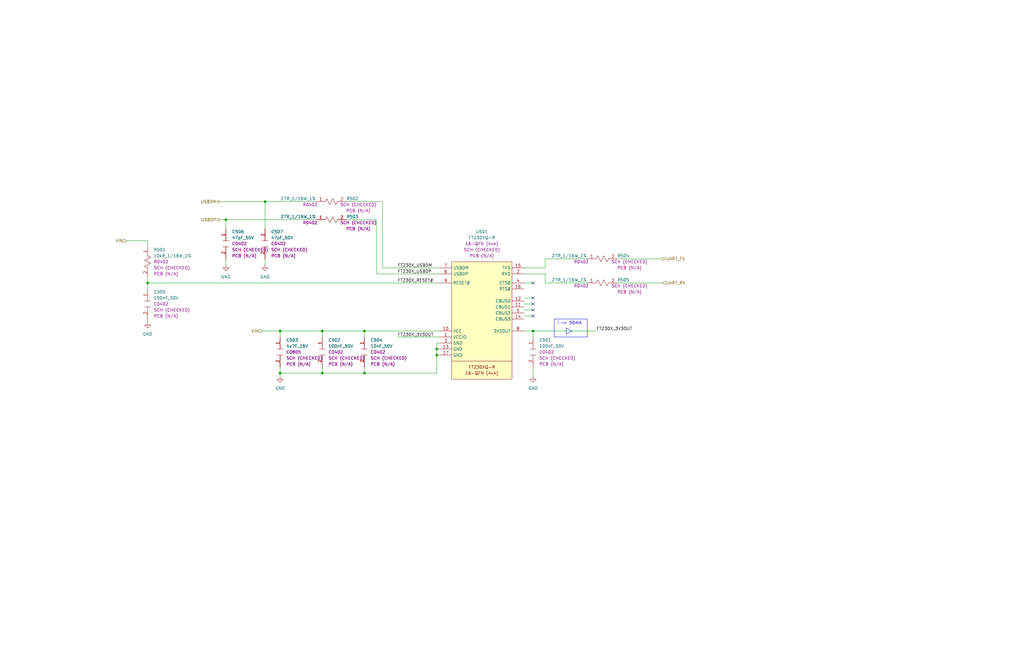
<source format=kicad_sch>
(kicad_sch (version 20230121) (generator eeschema)
  (paper "B")
  (title_block (title "_HW_EPen") (date "2023-11-28") (rev "v1.0") (company "mend0z0") (comment 1 "v1.0") (comment 2 "CHECKED") (comment 4 "_BOM_EPen.html") (comment 5 "_HW_EPen.pcb") (comment 6 "_GBR_EPen.zip") (comment 7 "_BOM_EPen.html") (comment 8 "N/A") (comment 9 "First Release"))
  (lib_symbols
    (symbol "_SCHLIB_EPen:CAP_100nF_50V_X7R_C0402"
      (property "Reference" "C" (at 2.54 3.81 0))
      (property "Value" "100nF_50V" (at 2.54 6.35 0))
      (property "Package" "C0402" (at 2.54 21.59 0))
      (property "SCH CHECK" "SCH (CHECKED)" (at 2.54 24.13 0))
      (property "PCB CHECK" "PCB (N/A)" (at 2.54 26.67 0))
      (symbol "CAP_100nF_50V_X7R_C0402_0_1"
        (polyline (pts (xy 5.08 1.27) (xy 5.08 -1.27)))
        (polyline (pts (xy 7.62 1.27) (xy 7.62 -1.27)))
      )
      (symbol "CAP_100nF_50V_X7R_C0402_1_1"
        (pin passive line (at 0 0 0) (length 5.08) (name "") (number "1"))
        (pin passive line (at 12.7 0 180) (length 5.08) (name "") (number "2"))
      )
    )
    (symbol "_SCHLIB_EPen:CAP_10nF_50V_X7R_C0402"
      (property "Reference" "C" (at 2.54 3.81 0))
      (property "Value" "10nF_50V" (at 2.54 6.35 0))
      (property "Package" "C0402" (at 2.54 21.59 0))
      (property "SCH CHECK" "SCH (CHECKED)" (at 2.54 24.13 0))
      (property "PCB CHECK" "PCB (N/A)" (at 2.54 26.67 0))
      (symbol "CAP_10nF_50V_X7R_C0402_0_1"
        (polyline (pts (xy 5.08 1.27) (xy 5.08 -1.27)))
        (polyline (pts (xy 7.62 1.27) (xy 7.62 -1.27)))
      )
      (symbol "CAP_10nF_50V_X7R_C0402_1_1"
        (pin passive line (at 0 0 0) (length 5.08) (name "") (number "1"))
        (pin passive line (at 12.7 0 180) (length 5.08) (name "") (number "2"))
      )
    )
    (symbol "_SCHLIB_EPen:CAP_4.7uF_16V_X7R_C0805"
      (property "Reference" "C" (at 2.54 3.81 0))
      (property "Value" "4u7F_16V" (at 2.54 6.35 0))
      (property "Package" "C0805" (at 2.54 21.59 0))
      (property "SCH CHECK" "SCH (CHECKED)" (at 2.54 24.13 0))
      (property "PCB CHECK" "PCB (N/A)" (at 2.54 26.67 0))
      (symbol "CAP_4.7uF_16V_X7R_C0805_0_1"
        (polyline (pts (xy 5.08 1.27) (xy 5.08 -1.27)))
        (polyline (pts (xy 7.62 1.27) (xy 7.62 -1.27)))
      )
      (symbol "CAP_4.7uF_16V_X7R_C0805_1_1"
        (pin passive line (at 0 0 0) (length 5.08) (name "") (number "1"))
        (pin passive line (at 12.7 0 180) (length 5.08) (name "") (number "2"))
      )
    )
    (symbol "_SCHLIB_EPen:CAP_47pF_50V_X7R_C0402"
      (property "Reference" "C" (at 2.54 3.81 0))
      (property "Value" "47pF_50V" (at 2.54 6.35 0))
      (property "Package" "C0402" (at 2.54 21.59 0))
      (property "SCH CHECK" "SCH (CHECKED)" (at 2.54 24.13 0))
      (property "PCB CHECK" "PCB (N/A)" (at 2.54 26.67 0))
      (symbol "CAP_47pF_50V_X7R_C0402_0_1"
        (polyline (pts (xy 5.08 1.27) (xy 5.08 -1.27)))
        (polyline (pts (xy 7.62 1.27) (xy 7.62 -1.27)))
      )
      (symbol "CAP_47pF_50V_X7R_C0402_1_1"
        (pin passive line (at 0 0 0) (length 5.08) (name "") (number "1"))
        (pin passive line (at 12.7 0 180) (length 5.08) (name "") (number "2"))
      )
    )
    (symbol "_SCHLIB_EPen:IC_FT230XQ-R_USB TO UART_3.3V~5V_16-QFN (4x4)"
      (property "Reference" "U" (at 2.54 3.81 0))
      (property "Value" "FT230XQ-R" (at 2.54 6.35 0))
      (property "Package" "16-QFN (4x4)" (at 2.54 21.59 0))
      (property "SCH CHECK" "SCH (CHECKED)" (at 2.54 24.13 0))
      (property "PCB CHECK" "PCB (N/A)" (at 2.54 26.67 0))
      (symbol "IC_FT230XQ-R_USB TO UART_3.3V~5V_16-QFN (4x4)_0_0"
        (text "16-QFN (4x4)" (at 12.7 -46.99 0) (effects (font (size 1.27 1.27))))
        (text "FT230XQ-R" (at 12.7 -44.45 0) (effects (font (size 1.27 1.27))))
      )
      (symbol "IC_FT230XQ-R_USB TO UART_3.3V~5V_16-QFN (4x4)_0_1"
        (polyline (pts (xy 0 -41.91) (xy 25.4 -41.91)))
      )
      (symbol "IC_FT230XQ-R_USB TO UART_3.3V~5V_16-QFN (4x4)_1_1"
        (rectangle (start 0 0) (end 25.4 -49.53) (fill (type background)))
        (pin passive line (at -5.08 -31.75 0) (length 5.08) (name "VCCIO") (number "1"))
        (pin passive line (at -5.08 -29.21 0) (length 5.08) (name "VCC") (number "10"))
        (pin passive line (at 30.48 -19.05 180) (length 5.08) (name "CBUS1") (number "11"))
        (pin passive line (at 30.48 -16.51 180) (length 5.08) (name "CBUS0") (number "12"))
        (pin passive line (at -5.08 -36.83 0) (length 5.08) (name "GND") (number "13"))
        (pin passive line (at 30.48 -24.13 180) (length 5.08) (name "CBUS3") (number "14"))
        (pin passive line (at 30.48 -2.54 180) (length 5.08) (name "TXD") (number "15"))
        (pin passive line (at 30.48 -11.43 180) (length 5.08) (name "RTS#") (number "16"))
        (pin passive line (at -5.08 -39.37 0) (length 5.08) (name "GND") (number "17"))
        (pin passive line (at 30.48 -5.08 180) (length 5.08) (name "RXD") (number "2"))
        (pin passive line (at -5.08 -34.29 0) (length 5.08) (name "GND") (number "3"))
        (pin passive line (at 30.48 -8.89 180) (length 5.08) (name "CTS#") (number "4"))
        (pin passive line (at 30.48 -21.59 180) (length 5.08) (name "CBUS2") (number "5"))
        (pin passive line (at -5.08 -5.08 0) (length 5.08) (name "USBDP") (number "6"))
        (pin passive line (at -5.08 -2.54 0) (length 5.08) (name "USBDM") (number "7"))
        (pin passive line (at 30.48 -29.21 180) (length 5.08) (name "3V3OUT") (number "8"))
        (pin passive line (at -5.08 -8.89 0) (length 5.08) (name "RESET#") (number "9"))
      )
    )
    (symbol "_SCHLIB_EPen:RES_10kR_1/16W_1%_R0402"
      (property "Reference" "R" (at 2.54 3.81 0))
      (property "Value" "10kR_1/16W_1%" (at 2.54 6.35 0))
      (property "Package" "R0402" (at 2.54 21.59 0))
      (property "SCH CHECK" "SCH (CHECKED)" (at 2.54 24.13 0))
      (property "PCB CHECK" "PCB (N/A)" (at 2.54 26.67 0))
      (symbol "RES_10kR_1/16W_1%_R0402_0_1"
        (polyline (pts (xy 3.81 0) (xy 4.445 1.27) (xy 5.715 -1.27) (xy 6.985 1.27) (xy 8.255 -1.27) (xy 8.89 0)))
      )
      (symbol "RES_10kR_1/16W_1%_R0402_1_1"
        (pin passive line (at 0 0 0) (length 3.81) (name "") (number "1"))
        (pin passive line (at 12.7 0 180) (length 3.81) (name "") (number "2"))
      )
    )
    (symbol "_SCHLIB_EPen:RES_27R_1/16W_1%_R0402"
      (property "Reference" "R" (at 2.54 3.81 0))
      (property "Value" "27R_1/16W_1%" (at 2.54 6.35 0))
      (property "Package" "R0402" (at 2.54 21.59 0))
      (property "SCH CHECK" "SCH (CHECKED)" (at 2.54 24.13 0))
      (property "PCB CHECK" "PCB (N/A)" (at 2.54 26.67 0))
      (symbol "RES_27R_1/16W_1%_R0402_0_1"
        (polyline (pts (xy 3.81 0) (xy 4.445 1.27) (xy 5.715 -1.27) (xy 6.985 1.27) (xy 8.255 -1.27) (xy 8.89 0)))
      )
      (symbol "RES_27R_1/16W_1%_R0402_1_1"
        (pin passive line (at 0 0 0) (length 3.81) (name "") (number "1"))
        (pin passive line (at 12.7 0 180) (length 3.81) (name "") (number "2"))
      )
    )
    (symbol "power:GND" (power) (pin_names (offset 0))
      (property "Value" "GND" (at 0 -3.81 0))
      (symbol "GND_0_1"
        (polyline (pts (xy 0 0) (xy 0 -1.27) (xy 1.27 -1.27) (xy 0 -2.54) (xy -1.27 -1.27) (xy 0 -1.27)))
      )
      (symbol "GND_1_1"
        (pin power_in line (at 0 0 270) (length 0) hide (name "GND") (number "1"))
      )
    )
  )
  (junction (at 184.15 149.86))
  (junction (at 95.25 92.71))
  (junction (at 224.79 139.7))
  (junction (at 184.15 147.32))
  (junction (at 153.67 157.48))
  (junction (at 62.23 119.38))
  (junction (at 118.11 139.7))
  (junction (at 135.89 139.7))
  (junction (at 111.76 85.09))
  (junction (at 118.11 157.48))
  (junction (at 153.67 139.7))
  (junction (at 135.89 157.48))
  (no_connect (at 224.79 125.73))
  (no_connect (at 224.79 130.81))
  (no_connect (at 224.79 119.38))
  (no_connect (at 224.79 133.35))
  (no_connect (at 224.79 128.27))
  (wire (pts (xy 146.05 85.09) (xy 161.29 85.09)))
  (wire (pts (xy 161.29 85.09) (xy 161.29 113.03)))
  (wire (pts (xy 62.23 119.38) (xy 185.42 119.38)))
  (wire (pts (xy 111.76 109.22) (xy 111.76 111.76)))
  (wire (pts (xy 153.67 139.7) (xy 153.67 142.24)))
  (wire (pts (xy 184.15 157.48) (xy 153.67 157.48)))
  (wire (pts (xy 224.79 139.7) (xy 220.98 139.7)))
  (wire (pts (xy 224.79 125.73) (xy 220.98 125.73)))
  (wire (pts (xy 220.98 115.57) (xy 229.87 115.57)))
  (wire (pts (xy 158.75 115.57) (xy 185.42 115.57)))
  (wire (pts (xy 220.98 113.03) (xy 229.87 113.03)))
  (wire (pts (xy 224.79 133.35) (xy 220.98 133.35)))
  (wire (pts (xy 135.89 157.48) (xy 153.67 157.48)))
  (wire (pts (xy 92.71 92.71) (xy 95.25 92.71)))
  (wire (pts (xy 62.23 116.84) (xy 62.23 119.38)))
  (wire (pts (xy 224.79 142.24) (xy 224.79 139.7)))
  (wire (pts (xy 153.67 154.94) (xy 153.67 157.48)))
  (wire (pts (xy 184.15 149.86) (xy 185.42 149.86)))
  (wire (pts (xy 224.79 119.38) (xy 220.98 119.38)))
  (wire (pts (xy 118.11 142.24) (xy 118.11 139.7)))
  (wire (pts (xy 229.87 113.03) (xy 229.87 109.22)))
  (wire (pts (xy 95.25 92.71) (xy 95.25 96.52)))
  (wire (pts (xy 185.42 139.7) (xy 153.67 139.7)))
  (wire (pts (xy 224.79 139.7) (xy 251.46 139.7)))
  (wire (pts (xy 118.11 157.48) (xy 118.11 158.75)))
  (wire (pts (xy 229.87 119.38) (xy 247.65 119.38)))
  (wire (pts (xy 158.75 92.71) (xy 158.75 115.57)))
  (polyline (pts (xy 238.76 138.43) (xy 241.3 139.7)))
  (wire (pts (xy 118.11 154.94) (xy 118.11 157.48)))
  (polyline (pts (xy 238.76 140.97) (xy 241.3 139.7)))
  (wire (pts (xy 224.79 128.27) (xy 220.98 128.27)))
  (wire (pts (xy 224.79 154.94) (xy 224.79 158.75)))
  (wire (pts (xy 135.89 139.7) (xy 135.89 142.24)))
  (wire (pts (xy 118.11 139.7) (xy 135.89 139.7)))
  (wire (pts (xy 229.87 109.22) (xy 247.65 109.22)))
  (wire (pts (xy 92.71 85.09) (xy 111.76 85.09)))
  (wire (pts (xy 185.42 144.78) (xy 184.15 144.78)))
  (wire (pts (xy 62.23 101.6) (xy 62.23 104.14)))
  (wire (pts (xy 135.89 139.7) (xy 153.67 139.7)))
  (wire (pts (xy 167.64 142.24) (xy 185.42 142.24)))
  (wire (pts (xy 184.15 147.32) (xy 184.15 149.86)))
  (wire (pts (xy 110.49 139.7) (xy 118.11 139.7)))
  (wire (pts (xy 146.05 92.71) (xy 158.75 92.71)))
  (polyline (pts (xy 238.76 138.43) (xy 238.76 140.97)))
  (wire (pts (xy 62.23 135.89) (xy 62.23 134.62)))
  (wire (pts (xy 260.35 119.38) (xy 279.4 119.38)))
  (wire (pts (xy 53.34 101.6) (xy 62.23 101.6)))
  (wire (pts (xy 62.23 119.38) (xy 62.23 121.92)))
  (wire (pts (xy 111.76 85.09) (xy 133.35 85.09)))
  (wire (pts (xy 224.79 130.81) (xy 220.98 130.81)))
  (wire (pts (xy 260.35 109.22) (xy 279.4 109.22)))
  (wire (pts (xy 184.15 144.78) (xy 184.15 147.32)))
  (wire (pts (xy 95.25 109.22) (xy 95.25 111.76)))
  (wire (pts (xy 161.29 113.03) (xy 185.42 113.03)))
  (wire (pts (xy 111.76 96.52) (xy 111.76 85.09)))
  (wire (pts (xy 95.25 92.71) (xy 133.35 92.71)))
  (wire (pts (xy 184.15 149.86) (xy 184.15 157.48)))
  (wire (pts (xy 184.15 147.32) (xy 185.42 147.32)))
  (wire (pts (xy 229.87 115.57) (xy 229.87 119.38)))
  (wire (pts (xy 135.89 157.48) (xy 135.89 154.94)))
  (wire (pts (xy 118.11 157.48) (xy 135.89 157.48)))
  (rectangle (start 233.68 134.62) (end 247.65 142.24))
  (text "I ~= 50mA" (at 234.95 137.16 0) (effects (font (size 1.27 1.27)) (justify left bottom)))
  (label "FT230X_3V3OUT" (at 251.46 139.7 0))
  (label "FT230X_USBDP" (at 167.64 115.57 0))
  (label "FT230X_USBDM" (at 167.64 113.03 0))
  (label "FT230X_3V3OUT" (at 167.64 142.24 0))
  (label "FT230X_RESET#" (at 167.64 119.38 0))
  (hierarchical_label "USBDM" (shape bidirectional) (at 92.71 85.09 180))
  (hierarchical_label "USBDP" (shape bidirectional) (at 92.71 92.71 180))
  (hierarchical_label "VIN" (shape input) (at 53.34 101.6 180))
  (hierarchical_label "VIN" (shape input) (at 110.49 139.7 180))
  (hierarchical_label "UART_TX" (shape output) (at 279.4 109.22 0))
  (hierarchical_label "UART_RX" (shape input) (at 279.4 119.38 0))
  (symbol (lib_id "_SCHLIB_EPen:IC_FT230XQ-R_USB TO UART_3.3V~5V_16-QFN (4x4)") (at 190.5 110.49 0) (unit 1)
    (property "Reference" "U501" (at 203.2 97.79 0))
    (property "Value" "FT230XQ-R" (at 203.2 100.33 0))
    (property "Footprint" "Package_DFN_QFN:QFN-16-1EP_4x4mm_P0.65mm_EP2.1x2.1mm_ThermalVias" (effects hide))
    (property "Datasheet" "https://ftdichip.com/wp-content/uploads/2021/10/DS_FT230X.pdf" (effects hide))
    (property "Description" "USB Bridge, USB to UART USB 2.0 UART Interface 16-QFN (4x4)" (effects hide))
    (property "Part Number" "FT230XQ-R" (effects hide))
    (property "Link" "https://www.digikey.ca/en/products/detail/ftdi-future-technology-devices-international-ltd/FT230XQ-R/3029142" (effects hide))
    (property "Package" "16-QFN (4x4)" (at 203.2 102.87 0))
    (property "SCH CHECK" "SCH (CHECKED)" (at 203.2 105.41 0))
    (property "PCB CHECK" "PCB (N/A)" (at 203.2 107.95 0))
  )
  (symbol (lib_id "_SCHLIB_EPen:RES_27R_1/16W_1%_R0402") (at 247.65 109.22 0) (unit 1)
    (property "Reference" "R504" (at 262.89 107.95 0))
    (property "Value" "27R_1/16W_1%" (at 240.03 107.95 0))
    (property "Footprint" "Resistor_SMD:R_0402_1005Metric" (effects hide))
    (property "Datasheet" "https://www.bourns.com/docs/product-datasheets/cr.pdf?sfvrsn=574d41f6_14" (effects hide))
    (property "Description" "27 Ohms ±1% 0.063W, 1/16W Chip Resistor 0402 (1005 Metric) Thick Film" (effects hide))
    (property "Part Number" "CR0402-FX-27R0GLF" (effects hide))
    (property "Link" "https://www.digikey.ca/en/products/detail/bourns-inc/CR0402-FX-27R0GLF/3783280" (effects hide))
    (property "Package" "R0402" (at 245.11 110.49 0))
    (property "SCH CHECK" "SCH (CHECKED)" (at 265.43 110.49 0))
    (property "PCB CHECK" "PCB (N/A)" (at 265.43 113.03 0))
  )
  (symbol (lib_id "power:GND") (at 95.25 111.76 0) (unit 1)
    (property "Reference" "#PWR0504" (effects hide))
    (property "Value" "GND" (at 95.25 116.84 0))
  )
  (symbol (lib_id "_SCHLIB_EPen:CAP_10nF_50V_X7R_C0402") (at 153.67 142.24 270) (unit 1)
    (property "Reference" "C504" (at 156.21 143.51 90) (effects (justify left)))
    (property "Value" "10nF_50V" (at 156.21 146.05 90) (effects (justify left)))
    (property "Footprint" "Capacitor_SMD:C_0402_1005Metric" (effects hide))
    (property "Datasheet" "https://mm.digikey.com/Volume0/opasdata/d220001/medias/docus/609/CL05B103KB5NNN_Spec.pdf" (effects hide))
    (property "Description" "10000 pF ±10% 50V Ceramic Capacitor X7R 0402 (1005 Metric)" (effects hide))
    (property "Part Number" "CL05B103KB5NNNC" (effects hide))
    (property "Link" "https://www.digikey.ca/en/products/detail/samsung-electro-mechanics/CL05B103KB5NNNC/3886686" (effects hide))
    (property "Package" "C0402" (at 156.21 148.59 90) (effects (justify left)))
    (property "SCH CHECK" "SCH (CHECKED)" (at 156.21 151.13 90) (effects (justify left)))
    (property "PCB CHECK" "PCB (N/A)" (at 156.21 153.67 90) (effects (justify left)))
  )
  (symbol (lib_id "_SCHLIB_EPen:RES_10kR_1/16W_1%_R0402") (at 62.23 104.14 270) (unit 1)
    (property "Reference" "R501" (at 64.77 105.41 90) (effects (justify left)))
    (property "Value" "10kR_1/16W_1%" (at 64.77 107.95 90) (effects (justify left)))
    (property "Footprint" "Resistor_SMD:R_0402_1005Metric" (effects hide))
    (property "Datasheet" "https://www.bourns.com/docs/product-datasheets/cr.pdf?sfvrsn=574d41f6_14" (effects hide))
    (property "Description" "10 kOhms ±1% 0.063W, 1/16W Chip Resistor 0402 (1005 Metric) Thick Film" (effects hide))
    (property "Part Number" "CR0402-FX-1002GLF" (effects hide))
    (property "Link" "https://www.digikey.ca/en/products/detail/bourns-inc/CR0402-FX-1002GLF/3593192" (effects hide))
    (property "Package" "R0402" (at 64.77 110.49 90) (effects (justify left)))
    (property "SCH CHECK" "SCH (CHECKED)" (at 64.77 113.03 90) (effects (justify left)))
    (property "PCB CHECK" "PCB (N/A)" (at 64.77 115.57 90) (effects (justify left)))
  )
  (symbol (lib_id "_SCHLIB_EPen:RES_27R_1/16W_1%_R0402") (at 247.65 119.38 0) (unit 1)
    (property "Reference" "R505" (at 262.89 118.11 0))
    (property "Value" "27R_1/16W_1%" (at 240.03 118.11 0))
    (property "Footprint" "Resistor_SMD:R_0402_1005Metric" (effects hide))
    (property "Datasheet" "https://www.bourns.com/docs/product-datasheets/cr.pdf?sfvrsn=574d41f6_14" (effects hide))
    (property "Description" "27 Ohms ±1% 0.063W, 1/16W Chip Resistor 0402 (1005 Metric) Thick Film" (effects hide))
    (property "Part Number" "CR0402-FX-27R0GLF" (effects hide))
    (property "Link" "https://www.digikey.ca/en/products/detail/bourns-inc/CR0402-FX-27R0GLF/3783280" (effects hide))
    (property "Package" "R0402" (at 245.11 120.65 0))
    (property "SCH CHECK" "SCH (CHECKED)" (at 265.43 120.65 0))
    (property "PCB CHECK" "PCB (N/A)" (at 265.43 123.19 0))
  )
  (symbol (lib_id "_SCHLIB_EPen:RES_27R_1/16W_1%_R0402") (at 133.35 92.71 0) (unit 1)
    (property "Reference" "R503" (at 148.59 91.44 0))
    (property "Value" "27R_1/16W_1%" (at 125.73 91.44 0))
    (property "Footprint" "Resistor_SMD:R_0402_1005Metric" (effects hide))
    (property "Datasheet" "https://www.bourns.com/docs/product-datasheets/cr.pdf?sfvrsn=574d41f6_14" (effects hide))
    (property "Description" "27 Ohms ±1% 0.063W, 1/16W Chip Resistor 0402 (1005 Metric) Thick Film" (effects hide))
    (property "Part Number" "CR0402-FX-27R0GLF" (effects hide))
    (property "Link" "https://www.digikey.ca/en/products/detail/bourns-inc/CR0402-FX-27R0GLF/3783280" (effects hide))
    (property "Package" "R0402" (at 130.81 93.98 0))
    (property "SCH CHECK" "SCH (CHECKED)" (at 151.13 93.98 0))
    (property "PCB CHECK" "PCB (N/A)" (at 151.13 96.52 0))
  )
  (symbol (lib_id "_SCHLIB_EPen:CAP_47pF_50V_X7R_C0402") (at 111.76 96.52 270) (unit 1)
    (property "Reference" "C507" (at 114.3 97.79 90) (effects (justify left)))
    (property "Value" "47pF_50V" (at 114.3 100.33 90) (effects (justify left)))
    (property "Footprint" "Capacitor_SMD:C_0402_1005Metric" (effects hide))
    (property "Datasheet" "https://connect.kemet.com:7667/gateway/IntelliData-ComponentDocumentation/1.0/download/datasheet/C0402C470J5RACAUTO" (effects hide))
    (property "Description" "47 pF ±5% 50V Ceramic Capacitor X7R 0402 (1005 Metric)" (effects hide))
    (property "Part Number" "C0402C470J5RACAUTO" (effects hide))
    (property "Link" "https://www.digikey.ca/en/products/detail/kemet/C0402C470J5RACAUTO/11676099" (effects hide))
    (property "Package" "C0402" (at 114.3 102.87 90) (effects (justify left)))
    (property "SCH CHECK" "SCH (CHECKED)" (at 114.3 105.41 90) (effects (justify left)))
    (property "PCB CHECK" "PCB (N/A)" (at 114.3 107.95 90) (effects (justify left)))
  )
  (symbol (lib_id "_SCHLIB_EPen:CAP_100nF_50V_X7R_C0402") (at 224.79 142.24 270) (unit 1)
    (property "Reference" "C501" (at 227.33 143.51 90) (effects (justify left)))
    (property "Value" "100nF_50V" (at 227.33 146.05 90) (effects (justify left)))
    (property "Footprint" "Capacitor_SMD:C_0402_1005Metric" (effects hide))
    (property "Datasheet" "https://search.murata.co.jp/Ceramy/image/img/A01X/G101/ENG/GRM155R71H104KE14-01.pdf" (effects hide))
    (property "Description" "0.1 µF ±10% 50V Ceramic Capacitor X7R 0402 (1005 Metric)" (effects hide))
    (property "Part Number" "GRM155R71H104KE14J" (effects hide))
    (property "Link" "https://www.digikey.ca/en/products/detail/murata-electronics/GRM155R71H104KE14J/4905180" (effects hide))
    (property "Package" "C0402" (at 227.33 148.59 90) (effects (justify left)))
    (property "SCH CHECK" "SCH (CHECKED)" (at 227.33 151.13 90) (effects (justify left)))
    (property "PCB CHECK" "PCB (N/A)" (at 227.33 153.67 90) (effects (justify left)))
  )
  (symbol (lib_id "_SCHLIB_EPen:CAP_100nF_50V_X7R_C0402") (at 62.23 121.92 270) (unit 1)
    (property "Reference" "C505" (at 64.77 123.19 90) (effects (justify left)))
    (property "Value" "100nF_50V" (at 64.77 125.73 90) (effects (justify left)))
    (property "Footprint" "Capacitor_SMD:C_0402_1005Metric" (effects hide))
    (property "Datasheet" "https://search.murata.co.jp/Ceramy/image/img/A01X/G101/ENG/GRM155R71H104KE14-01.pdf" (effects hide))
    (property "Description" "0.1 µF ±10% 50V Ceramic Capacitor X7R 0402 (1005 Metric)" (effects hide))
    (property "Part Number" "GRM155R71H104KE14J" (effects hide))
    (property "Link" "https://www.digikey.ca/en/products/detail/murata-electronics/GRM155R71H104KE14J/4905180" (effects hide))
    (property "Package" "C0402" (at 64.77 128.27 90) (effects (justify left)))
    (property "SCH CHECK" "SCH (CHECKED)" (at 64.77 130.81 90) (effects (justify left)))
    (property "PCB CHECK" "PCB (N/A)" (at 64.77 133.35 90) (effects (justify left)))
  )
  (symbol (lib_id "_SCHLIB_EPen:CAP_47pF_50V_X7R_C0402") (at 95.25 96.52 270) (unit 1)
    (property "Reference" "C506" (at 97.79 97.79 90) (effects (justify left)))
    (property "Value" "47pF_50V" (at 97.79 100.33 90) (effects (justify left)))
    (property "Footprint" "Capacitor_SMD:C_0402_1005Metric" (effects hide))
    (property "Datasheet" "https://connect.kemet.com:7667/gateway/IntelliData-ComponentDocumentation/1.0/download/datasheet/C0402C470J5RACAUTO" (effects hide))
    (property "Description" "47 pF ±5% 50V Ceramic Capacitor X7R 0402 (1005 Metric)" (effects hide))
    (property "Part Number" "C0402C470J5RACAUTO" (effects hide))
    (property "Link" "https://www.digikey.ca/en/products/detail/kemet/C0402C470J5RACAUTO/11676099" (effects hide))
    (property "Package" "C0402" (at 97.79 102.87 90) (effects (justify left)))
    (property "SCH CHECK" "SCH (CHECKED)" (at 97.79 105.41 90) (effects (justify left)))
    (property "PCB CHECK" "PCB (N/A)" (at 97.79 107.95 90) (effects (justify left)))
  )
  (symbol (lib_id "power:GND") (at 118.11 158.75 0) (unit 1)
    (property "Reference" "#PWR0502" (effects hide))
    (property "Value" "GND" (at 118.11 163.83 0))
  )
  (symbol (lib_id "power:GND") (at 224.79 158.75 0) (unit 1)
    (property "Reference" "#PWR0501" (effects hide))
    (property "Value" "GND" (at 224.79 163.83 0))
  )
  (symbol (lib_id "power:GND") (at 62.23 135.89 0) (unit 1)
    (property "Reference" "#PWR0503" (effects hide))
    (property "Value" "GND" (at 62.23 140.97 0))
  )
  (symbol (lib_id "power:GND") (at 111.76 111.76 0) (unit 1)
    (property "Reference" "#PWR0505" (effects hide))
    (property "Value" "GND" (at 111.76 116.84 0))
  )
  (symbol (lib_id "_SCHLIB_EPen:CAP_100nF_50V_X7R_C0402") (at 135.89 142.24 270) (unit 1)
    (property "Reference" "C502" (at 138.43 143.51 90) (effects (justify left)))
    (property "Value" "100nF_50V" (at 138.43 146.05 90) (effects (justify left)))
    (property "Footprint" "Capacitor_SMD:C_0402_1005Metric" (effects hide))
    (property "Datasheet" "https://search.murata.co.jp/Ceramy/image/img/A01X/G101/ENG/GRM155R71H104KE14-01.pdf" (effects hide))
    (property "Description" "0.1 µF ±10% 50V Ceramic Capacitor X7R 0402 (1005 Metric)" (effects hide))
    (property "Part Number" "GRM155R71H104KE14J" (effects hide))
    (property "Link" "https://www.digikey.ca/en/products/detail/murata-electronics/GRM155R71H104KE14J/4905180" (effects hide))
    (property "Package" "C0402" (at 138.43 148.59 90) (effects (justify left)))
    (property "SCH CHECK" "SCH (CHECKED)" (at 138.43 151.13 90) (effects (justify left)))
    (property "PCB CHECK" "PCB (N/A)" (at 138.43 153.67 90) (effects (justify left)))
  )
  (symbol (lib_id "_SCHLIB_EPen:RES_27R_1/16W_1%_R0402") (at 133.35 85.09 0) (unit 1)
    (property "Reference" "R502" (at 148.59 83.82 0))
    (property "Value" "27R_1/16W_1%" (at 125.73 83.82 0))
    (property "Footprint" "Resistor_SMD:R_0402_1005Metric" (effects hide))
    (property "Datasheet" "https://www.bourns.com/docs/product-datasheets/cr.pdf?sfvrsn=574d41f6_14" (effects hide))
    (property "Description" "27 Ohms ±1% 0.063W, 1/16W Chip Resistor 0402 (1005 Metric) Thick Film" (effects hide))
    (property "Part Number" "CR0402-FX-27R0GLF" (effects hide))
    (property "Link" "https://www.digikey.ca/en/products/detail/bourns-inc/CR0402-FX-27R0GLF/3783280" (effects hide))
    (property "Package" "R0402" (at 130.81 86.36 0))
    (property "SCH CHECK" "SCH (CHECKED)" (at 151.13 86.36 0))
    (property "PCB CHECK" "PCB (N/A)" (at 151.13 88.9 0))
  )
  (symbol (lib_id "_SCHLIB_EPen:CAP_4.7uF_16V_X7R_C0805") (at 118.11 142.24 270) (unit 1)
    (property "Reference" "C503" (at 120.65 143.51 90) (effects (justify left)))
    (property "Value" "4u7F_16V" (at 120.65 146.05 90) (effects (justify left)))
    (property "Footprint" "Capacitor_SMD:C_0805_2012Metric" (effects hide))
    (property "Datasheet" "https://search.murata.co.jp/Ceramy/image/img/A01X/G101/ENG/GRM21BR71C475KE51-01.pdf" (effects hide))
    (property "Description" "4.7 µF ±10% 16V Ceramic Capacitor X7R 0805 (2012 Metric)" (effects hide))
    (property "Part Number" "GRM21BR71C475KE51L" (effects hide))
    (property "Link" "https://www.digikey.ca/en/products/detail/murata-electronics/GRM21BR71C475KE51L/6606095" (effects hide))
    (property "Package" "C0805" (at 120.65 148.59 90) (effects (justify left)))
    (property "SCH CHECK" "SCH (CHECKED)" (at 120.65 151.13 90) (effects (justify left)))
    (property "PCB CHECK" "PCB (N/A)" (at 120.65 153.67 90) (effects (justify left)))
  )
)
</source>
